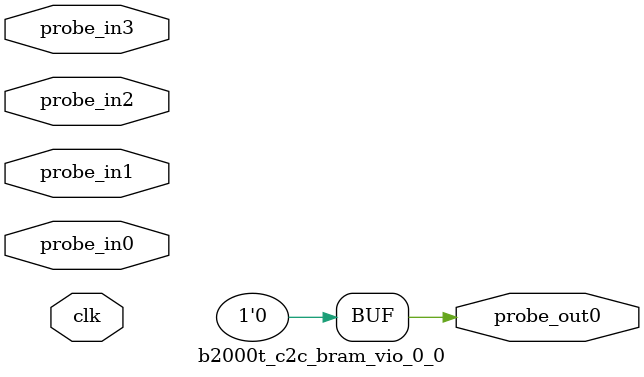
<source format=v>
`timescale 1ns / 1ps
module b2000t_c2c_bram_vio_0_0 (
clk,
probe_in0,probe_in1,probe_in2,probe_in3,
probe_out0
);

input clk;
input [0 : 0] probe_in0;
input [0 : 0] probe_in1;
input [0 : 0] probe_in2;
input [0 : 0] probe_in3;

output reg [0 : 0] probe_out0 = 'h0 ;


endmodule

</source>
